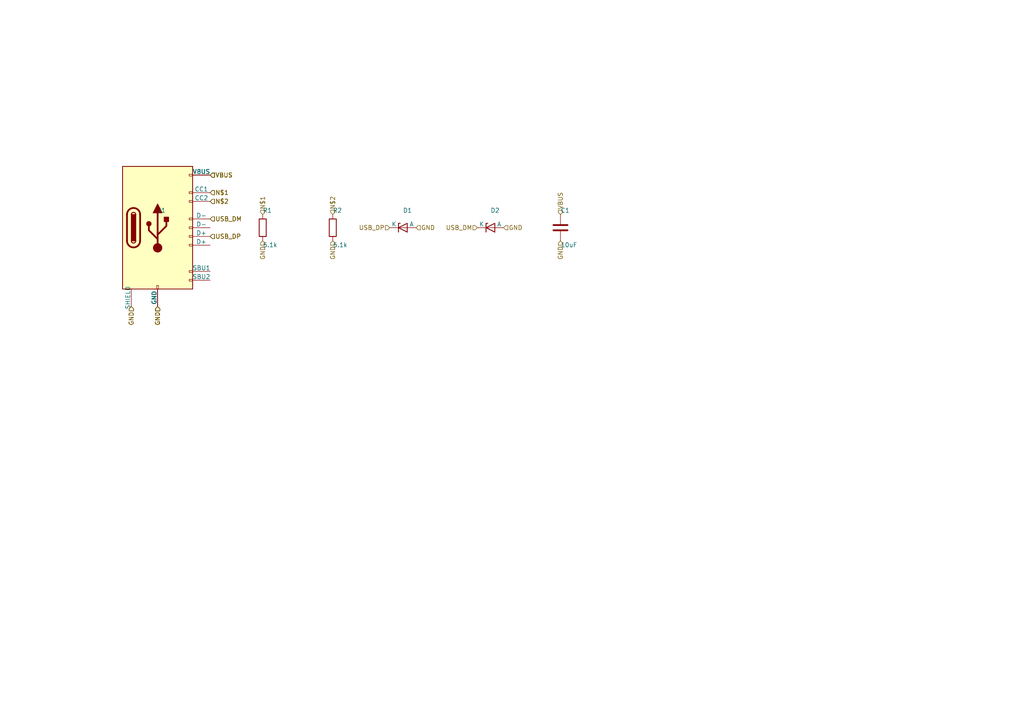
<source format=kicad_sch>
(kicad_sch (version 20250114) (generator "circuit_synth") (generator_version "9.0")
  (paper "A4")
  (lib_symbols
    (symbol "Connector:USB_C_Receptacle_USB2.0_16P" (pin_numbers hide) (pin_names (offset 0))
      (property "Reference" "J" (at 0 0 0))
      (property "Value" "USB_C_Receptacle_USB2.0_16P" (at 0 0 0))
      (symbol "USB_C_Receptacle_USB2.0_16P_0_1"
        (rectangle (start -0.254 -17.78) (end 0.254 -16.764))
        (rectangle (start 10.16 15.494) (end 9.144 14.986))
        (rectangle (start 10.16 10.414) (end 9.144 9.906))
        (rectangle (start 10.16 7.874) (end 9.144 7.366))
        (rectangle (start 10.16 2.794) (end 9.144 2.286))
        (rectangle (start 10.16 0.254) (end 9.144 -0.254))
        (rectangle (start 10.16 -2.286) (end 9.144 -2.794))
        (rectangle (start 10.16 -4.826) (end 9.144 -5.334))
        (rectangle (start 10.16 -12.446) (end 9.144 -12.954))
        (rectangle (start 10.16 -14.986) (end 9.144 -15.494))
        (rectangle (start -10.16 17.78) (end 10.16 -17.78) (stroke (width 0.254)) (fill (type background)))
        (polyline (pts (xy -8.89 -3.81) (xy -8.89 3.81)) (stroke (width 0.508)))
        (rectangle (start -7.62 -3.81) (end -6.35 3.81) (stroke (width 0.254)) (fill (type outline)))
        (arc (start -7.62 3.81) (mid -6.985 4.4423) (end -6.35 3.81) (stroke (width 0.254)))
        (arc (start -7.62 3.81) (mid -6.985 4.4423) (end -6.35 3.81) (stroke (width 0.254)))
        (arc (start -8.89 3.81) (mid -6.985 5.7067) (end -5.08 3.81) (stroke (width 0.508)))
        (arc (start -5.08 -3.81) (mid -6.985 -5.7067) (end -8.89 -3.81) (stroke (width 0.508)))
        (arc (start -6.35 -3.81) (mid -6.985 -4.4423) (end -7.62 -3.81) (stroke (width 0.254)))
        (arc (start -6.35 -3.81) (mid -6.985 -4.4423) (end -7.62 -3.81) (stroke (width 0.254)))
        (polyline (pts (xy -5.08 3.81) (xy -5.08 -3.81)) (stroke (width 0.508)))
        (circle (center -2.54 1.143) (radius 0.635) (stroke (width 0.254)) (fill (type outline)))
        (polyline (pts (xy -1.27 4.318) (xy 0 6.858) (xy 1.27 4.318) (xy -1.27 4.318)) (stroke (width 0.254)) (fill (type outline)))
        (polyline (pts (xy 0 -2.032) (xy 2.54 0.508) (xy 2.54 1.778)) (stroke (width 0.508)))
        (polyline (pts (xy 0 -3.302) (xy -2.54 -0.762) (xy -2.54 0.508)) (stroke (width 0.508)))
        (polyline (pts (xy 0 -5.842) (xy 0 4.318)) (stroke (width 0.508)))
        (circle (center 0 -5.842) (radius 1.27) (fill (type outline)))
        (rectangle (start 1.905 1.778) (end 3.175 3.048) (stroke (width 0.254)) (fill (type outline)))
      )
      (symbol "USB_C_Receptacle_USB2.0_16P_1_1"
        (pin passive line (at -7.62 -22.86 90) (length 5.08) (name "SHIELD") (number "S1"))
        (pin passive line (at 0 -22.86 90) (length 5.08) (name "GND") (number "A1"))
        (pin passive line (at 0 -22.86 90) (length 5.08) (name "GND") (number "A12"))
        (pin passive line (at 0 -22.86 90) (length 5.08) (name "GND") (number "B1"))
        (pin passive line (at 0 -22.86 90) (length 5.08) (name "GND") (number "B12"))
        (pin passive line (at 15.24 15.24 180) (length 5.08) (name "VBUS") (number "A4"))
        (pin passive line (at 15.24 15.24 180) (length 5.08) (name "VBUS") (number "A9"))
        (pin passive line (at 15.24 15.24 180) (length 5.08) (name "VBUS") (number "B4"))
        (pin passive line (at 15.24 15.24 180) (length 5.08) (name "VBUS") (number "B9"))
        (pin bidirectional line (at 15.24 10.16 180) (length 5.08) (name "CC1") (number "A5"))
        (pin bidirectional line (at 15.24 7.62 180) (length 5.08) (name "CC2") (number "B5"))
        (pin bidirectional line (at 15.24 2.54 180) (length 5.08) (name "D-") (number "A7"))
        (pin bidirectional line (at 15.24 0 180) (length 5.08) (name "D-") (number "B7"))
        (pin bidirectional line (at 15.24 -2.54 180) (length 5.08) (name "D+") (number "A6"))
        (pin bidirectional line (at 15.24 -5.08 180) (length 5.08) (name "D+") (number "B6"))
        (pin bidirectional line (at 15.24 -12.7 180) (length 5.08) (name "SBU1") (number "A8"))
        (pin bidirectional line (at 15.24 -15.24 180) (length 5.08) (name "SBU2") (number "B8"))
      )
    )
    (symbol "Device:C" (pin_numbers hide) (pin_names (offset 0))
      (property "Reference" "C" (at 0 0 0))
      (property "Value" "C" (at 0 0 0))
      (symbol "C_0_1"
        (polyline (pts (xy -2.032 0.762) (xy 2.032 0.762)) (stroke (width 0.508)))
        (polyline (pts (xy -2.032 -0.762) (xy 2.032 -0.762)) (stroke (width 0.508)))
      )
      (symbol "C_1_1"
        (pin passive line (at 0 3.81 270) (length 2.794) (name "~") (number "1"))
        (pin passive line (at 0 -3.81 90) (length 2.794) (name "~") (number "2"))
      )
    )
    (symbol "Device:R" (pin_numbers hide) (pin_names (offset 0))
      (property "Reference" "R" (at 0 0 0))
      (property "Value" "R" (at 0 0 0))
      (symbol "R_0_1"
        (rectangle (start -1.016 -2.54) (end 1.016 2.54) (stroke (width 0.254)))
      )
      (symbol "R_1_1"
        (pin passive line (at 0 3.81 270) (length 1.27) (name "~") (number "1"))
        (pin passive line (at 0 -3.81 90) (length 1.27) (name "~") (number "2"))
      )
    )
    (symbol "Diode:ESD5Zxx" (pin_numbers hide) (pin_names (offset 0))
      (property "Reference" "D" (at 0 0 0))
      (property "Value" "ESD5Zxx" (at 0 0 0))
      (symbol "ESD5Zxx_0_1"
        (polyline (pts (xy -1.27 -1.27) (xy -1.27 1.27) (xy -0.762 1.27)) (stroke (width 0.254)))
        (polyline (pts (xy 1.27 0) (xy -1.27 0)))
        (polyline (pts (xy 1.27 -1.27) (xy 1.27 1.27) (xy -1.27 0) (xy 1.27 -1.27)) (stroke (width 0.254)))
      )
      (symbol "ESD5Zxx_1_1"
        (pin passive line (at -3.81 0 0) (length 2.54) (name "K") (number "1"))
        (pin passive line (at 3.81 0 180) (length 2.54) (name "A") (number "2"))
      )
    )
  )
  (symbol (lib_id "Connector:USB_C_Receptacle_USB2.0_16P") (at 45.72 66.04 0) (unit 1)
    (property "Reference" "J1" (at 45.72 61.04 0) (effects (justify left)))
    (property "Footprint" "Connector_USB:USB_C_Receptacle_GCT_USB4105-xx-A_16P_TopMnt_Horizontal" (effects (hide yes)))
  )
  (symbol (lib_id "Device:R") (at 76.2 66.04 0) (unit 1)
    (property "Reference" "R1" (at 76.2 61.04 0) (effects (justify left)))
    (property "Value" "5.1k" (at 76.2 71.04 0) (effects (justify left)))
    (property "Footprint" "Resistor_SMD:R_0603_1608Metric" (effects (hide yes)))
  )
  (symbol (lib_id "Device:R") (at 96.52 66.04 0) (unit 1)
    (property "Reference" "R2" (at 96.52 61.04 0) (effects (justify left)))
    (property "Value" "5.1k" (at 96.52 71.04 0) (effects (justify left)))
    (property "Footprint" "Resistor_SMD:R_0603_1608Metric" (effects (hide yes)))
  )
  (symbol (lib_id "Diode:ESD5Zxx") (at 116.84 66.04 0) (unit 1)
    (property "Reference" "D1" (at 116.84 61.04 0) (effects (justify left)))
    (property "Footprint" "Diode_SMD:D_SOD-523" (effects (hide yes)))
  )
  (symbol (lib_id "Diode:ESD5Zxx") (at 142.24 66.04 0) (unit 1)
    (property "Reference" "D2" (at 142.24 61.04 0) (effects (justify left)))
    (property "Footprint" "Diode_SMD:D_SOD-523" (effects (hide yes)))
  )
  (symbol (lib_id "Device:C") (at 162.56 66.04 0) (unit 1)
    (property "Reference" "C1" (at 162.56 61.04 0) (effects (justify left)))
    (property "Value" "10uF" (at 162.56 71.04 0) (effects (justify left)))
    (property "Footprint" "Capacitor_SMD:C_0805_2012Metric" (effects (hide yes)))
  )
  (hierarchical_label "GND" (shape input) (at 38.1 88.9 270))
  (hierarchical_label "GND" (shape input) (at 45.72 88.9 270))
  (hierarchical_label "GND" (shape input) (at 45.72 88.9 270))
  (hierarchical_label "GND" (shape input) (at 45.72 88.9 270))
  (hierarchical_label "GND" (shape input) (at 45.72 88.9 270))
  (hierarchical_label "GND" (shape input) (at 38.1 88.9 270))
  (hierarchical_label "GND" (shape input) (at 76.2 69.85 270))
  (hierarchical_label "GND" (shape input) (at 96.52 69.85 270))
  (hierarchical_label "GND" (shape input) (at 120.65 66.04 0))
  (hierarchical_label "GND" (shape input) (at 146.05 66.04 0))
  (hierarchical_label "GND" (shape input) (at 162.56 69.85 270))
  (hierarchical_label "VBUS" (shape input) (at 60.96 50.8 0))
  (hierarchical_label "VBUS" (shape input) (at 60.96 50.8 0))
  (hierarchical_label "VBUS" (shape input) (at 60.96 50.8 0))
  (hierarchical_label "VBUS" (shape input) (at 60.96 50.8 0))
  (hierarchical_label "VBUS" (shape input) (at 162.56 62.23 90))
  (hierarchical_label "N$1" (shape input) (at 60.96 55.88 0))
  (hierarchical_label "N$1" (shape input) (at 60.96 55.88 0))
  (hierarchical_label "N$1" (shape input) (at 76.2 62.23 90))
  (hierarchical_label "N$2" (shape input) (at 60.96 58.42 0))
  (hierarchical_label "N$2" (shape input) (at 60.96 58.42 0))
  (hierarchical_label "N$2" (shape input) (at 96.52 62.23 90))
  (hierarchical_label "USB_DM" (shape input) (at 60.96 63.5 0))
  (hierarchical_label "USB_DM" (shape input) (at 60.96 63.5 0))
  (hierarchical_label "USB_DM" (shape input) (at 138.43 66.04 180))
  (hierarchical_label "USB_DP" (shape input) (at 60.96 68.58 0))
  (hierarchical_label "USB_DP" (shape input) (at 60.96 68.58 0))
  (hierarchical_label "USB_DP" (shape input) (at 113.03 66.04 180))
)
</source>
